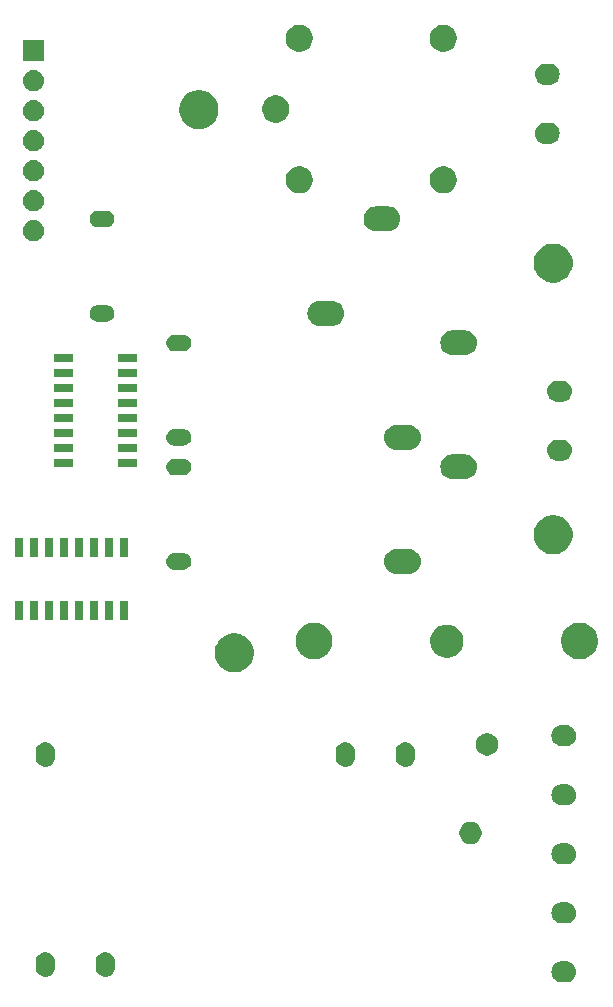
<source format=gbr>
G04 #@! TF.GenerationSoftware,KiCad,Pcbnew,5.0.2+dfsg1-1~bpo9+1*
G04 #@! TF.CreationDate,2019-02-03T14:49:37+01:00*
G04 #@! TF.ProjectId,rollershutter-light-control,726f6c6c-6572-4736-9875-747465722d6c,rev?*
G04 #@! TF.SameCoordinates,Original*
G04 #@! TF.FileFunction,Soldermask,Top*
G04 #@! TF.FilePolarity,Negative*
%FSLAX46Y46*%
G04 Gerber Fmt 4.6, Leading zero omitted, Abs format (unit mm)*
G04 Created by KiCad (PCBNEW 5.0.2+dfsg1-1~bpo9+1) date Sun 03 Feb 2019 02:49:37 PM CET*
%MOMM*%
%LPD*%
G01*
G04 APERTURE LIST*
%ADD10C,0.100000*%
G04 APERTURE END LIST*
D10*
G36*
X258160442Y-147105518D02*
X258226627Y-147112037D01*
X258339853Y-147146384D01*
X258396467Y-147163557D01*
X258535087Y-147237652D01*
X258552991Y-147247222D01*
X258588729Y-147276552D01*
X258690186Y-147359814D01*
X258773448Y-147461271D01*
X258802778Y-147497009D01*
X258802779Y-147497011D01*
X258886443Y-147653533D01*
X258886443Y-147653534D01*
X258937963Y-147823373D01*
X258955359Y-148000000D01*
X258937963Y-148176627D01*
X258929156Y-148205659D01*
X258886443Y-148346467D01*
X258867050Y-148382748D01*
X258802778Y-148502991D01*
X258773448Y-148538729D01*
X258690186Y-148640186D01*
X258588729Y-148723448D01*
X258552991Y-148752778D01*
X258552989Y-148752779D01*
X258396467Y-148836443D01*
X258339853Y-148853616D01*
X258226627Y-148887963D01*
X258160443Y-148894481D01*
X258094260Y-148901000D01*
X257705740Y-148901000D01*
X257639557Y-148894481D01*
X257573373Y-148887963D01*
X257460147Y-148853616D01*
X257403533Y-148836443D01*
X257247011Y-148752779D01*
X257247009Y-148752778D01*
X257211271Y-148723448D01*
X257109814Y-148640186D01*
X257026552Y-148538729D01*
X256997222Y-148502991D01*
X256932950Y-148382748D01*
X256913557Y-148346467D01*
X256870844Y-148205659D01*
X256862037Y-148176627D01*
X256844641Y-148000000D01*
X256862037Y-147823373D01*
X256913557Y-147653534D01*
X256913557Y-147653533D01*
X256997221Y-147497011D01*
X256997222Y-147497009D01*
X257026552Y-147461271D01*
X257109814Y-147359814D01*
X257211271Y-147276552D01*
X257247009Y-147247222D01*
X257264913Y-147237652D01*
X257403533Y-147163557D01*
X257460147Y-147146384D01*
X257573373Y-147112037D01*
X257639558Y-147105518D01*
X257705740Y-147099000D01*
X258094260Y-147099000D01*
X258160442Y-147105518D01*
X258160442Y-147105518D01*
G37*
G36*
X214169376Y-146350764D02*
X214271543Y-146381756D01*
X214322628Y-146397252D01*
X214463865Y-146472745D01*
X214587659Y-146574341D01*
X214689255Y-146698135D01*
X214764748Y-146839372D01*
X214764748Y-146839373D01*
X214811236Y-146992624D01*
X214823000Y-147112068D01*
X214823000Y-147667933D01*
X214811236Y-147787376D01*
X214780244Y-147889543D01*
X214764748Y-147940628D01*
X214689255Y-148081865D01*
X214611487Y-148176625D01*
X214587659Y-148205659D01*
X214463863Y-148307255D01*
X214398120Y-148342395D01*
X214322627Y-148382748D01*
X214271542Y-148398244D01*
X214169375Y-148429236D01*
X214010000Y-148444933D01*
X213850624Y-148429236D01*
X213748457Y-148398244D01*
X213697372Y-148382748D01*
X213556135Y-148307255D01*
X213432341Y-148205659D01*
X213330746Y-148081864D01*
X213255252Y-147940627D01*
X213239756Y-147889542D01*
X213208764Y-147787375D01*
X213197000Y-147667932D01*
X213197000Y-147112067D01*
X213208764Y-146992624D01*
X213255252Y-146839373D01*
X213255252Y-146839372D01*
X213330746Y-146698135D01*
X213432342Y-146574341D01*
X213556136Y-146472745D01*
X213697373Y-146397252D01*
X213748458Y-146381756D01*
X213850625Y-146350764D01*
X214010000Y-146335067D01*
X214169376Y-146350764D01*
X214169376Y-146350764D01*
G37*
G36*
X219249376Y-146350764D02*
X219351543Y-146381756D01*
X219402628Y-146397252D01*
X219543865Y-146472745D01*
X219667659Y-146574341D01*
X219769255Y-146698135D01*
X219844748Y-146839372D01*
X219844748Y-146839373D01*
X219891236Y-146992624D01*
X219903000Y-147112068D01*
X219903000Y-147667933D01*
X219891236Y-147787376D01*
X219860244Y-147889543D01*
X219844748Y-147940628D01*
X219769255Y-148081865D01*
X219691487Y-148176625D01*
X219667659Y-148205659D01*
X219543863Y-148307255D01*
X219478120Y-148342395D01*
X219402627Y-148382748D01*
X219351542Y-148398244D01*
X219249375Y-148429236D01*
X219090000Y-148444933D01*
X218930624Y-148429236D01*
X218828457Y-148398244D01*
X218777372Y-148382748D01*
X218636135Y-148307255D01*
X218512341Y-148205659D01*
X218410746Y-148081864D01*
X218335252Y-147940627D01*
X218319756Y-147889542D01*
X218288764Y-147787375D01*
X218277000Y-147667932D01*
X218277000Y-147112067D01*
X218288764Y-146992624D01*
X218335252Y-146839373D01*
X218335252Y-146839372D01*
X218410746Y-146698135D01*
X218512342Y-146574341D01*
X218636136Y-146472745D01*
X218777373Y-146397252D01*
X218828458Y-146381756D01*
X218930625Y-146350764D01*
X219090000Y-146335067D01*
X219249376Y-146350764D01*
X219249376Y-146350764D01*
G37*
G36*
X258160443Y-142105519D02*
X258226627Y-142112037D01*
X258339853Y-142146384D01*
X258396467Y-142163557D01*
X258535087Y-142237652D01*
X258552991Y-142247222D01*
X258588729Y-142276552D01*
X258690186Y-142359814D01*
X258773448Y-142461271D01*
X258802778Y-142497009D01*
X258802779Y-142497011D01*
X258886443Y-142653533D01*
X258886443Y-142653534D01*
X258937963Y-142823373D01*
X258955359Y-143000000D01*
X258937963Y-143176627D01*
X258903616Y-143289853D01*
X258886443Y-143346467D01*
X258812348Y-143485087D01*
X258802778Y-143502991D01*
X258773448Y-143538729D01*
X258690186Y-143640186D01*
X258588729Y-143723448D01*
X258552991Y-143752778D01*
X258552989Y-143752779D01*
X258396467Y-143836443D01*
X258339853Y-143853616D01*
X258226627Y-143887963D01*
X258160442Y-143894482D01*
X258094260Y-143901000D01*
X257705740Y-143901000D01*
X257639558Y-143894482D01*
X257573373Y-143887963D01*
X257460147Y-143853616D01*
X257403533Y-143836443D01*
X257247011Y-143752779D01*
X257247009Y-143752778D01*
X257211271Y-143723448D01*
X257109814Y-143640186D01*
X257026552Y-143538729D01*
X256997222Y-143502991D01*
X256987652Y-143485087D01*
X256913557Y-143346467D01*
X256896384Y-143289853D01*
X256862037Y-143176627D01*
X256844641Y-143000000D01*
X256862037Y-142823373D01*
X256913557Y-142653534D01*
X256913557Y-142653533D01*
X256997221Y-142497011D01*
X256997222Y-142497009D01*
X257026552Y-142461271D01*
X257109814Y-142359814D01*
X257211271Y-142276552D01*
X257247009Y-142247222D01*
X257264913Y-142237652D01*
X257403533Y-142163557D01*
X257460147Y-142146384D01*
X257573373Y-142112037D01*
X257639557Y-142105519D01*
X257705740Y-142099000D01*
X258094260Y-142099000D01*
X258160443Y-142105519D01*
X258160443Y-142105519D01*
G37*
G36*
X258160442Y-137105518D02*
X258226627Y-137112037D01*
X258339853Y-137146384D01*
X258396467Y-137163557D01*
X258535087Y-137237652D01*
X258552991Y-137247222D01*
X258588729Y-137276552D01*
X258690186Y-137359814D01*
X258773448Y-137461271D01*
X258802778Y-137497009D01*
X258802779Y-137497011D01*
X258886443Y-137653533D01*
X258886443Y-137653534D01*
X258937963Y-137823373D01*
X258955359Y-138000000D01*
X258937963Y-138176627D01*
X258903616Y-138289853D01*
X258886443Y-138346467D01*
X258812348Y-138485087D01*
X258802778Y-138502991D01*
X258773448Y-138538729D01*
X258690186Y-138640186D01*
X258588729Y-138723448D01*
X258552991Y-138752778D01*
X258552989Y-138752779D01*
X258396467Y-138836443D01*
X258339853Y-138853616D01*
X258226627Y-138887963D01*
X258160443Y-138894481D01*
X258094260Y-138901000D01*
X257705740Y-138901000D01*
X257639557Y-138894481D01*
X257573373Y-138887963D01*
X257460147Y-138853616D01*
X257403533Y-138836443D01*
X257247011Y-138752779D01*
X257247009Y-138752778D01*
X257211271Y-138723448D01*
X257109814Y-138640186D01*
X257026552Y-138538729D01*
X256997222Y-138502991D01*
X256987652Y-138485087D01*
X256913557Y-138346467D01*
X256896384Y-138289853D01*
X256862037Y-138176627D01*
X256844641Y-138000000D01*
X256862037Y-137823373D01*
X256913557Y-137653534D01*
X256913557Y-137653533D01*
X256997221Y-137497011D01*
X256997222Y-137497009D01*
X257026552Y-137461271D01*
X257109814Y-137359814D01*
X257211271Y-137276552D01*
X257247009Y-137247222D01*
X257264913Y-137237652D01*
X257403533Y-137163557D01*
X257460147Y-137146384D01*
X257573373Y-137112037D01*
X257639558Y-137105518D01*
X257705740Y-137099000D01*
X258094260Y-137099000D01*
X258160442Y-137105518D01*
X258160442Y-137105518D01*
G37*
G36*
X250277396Y-135335546D02*
X250450466Y-135407234D01*
X250606230Y-135511312D01*
X250738688Y-135643770D01*
X250842766Y-135799534D01*
X250914454Y-135972604D01*
X250951000Y-136156333D01*
X250951000Y-136343667D01*
X250914454Y-136527396D01*
X250842766Y-136700466D01*
X250738688Y-136856230D01*
X250606230Y-136988688D01*
X250450466Y-137092766D01*
X250277396Y-137164454D01*
X250093667Y-137201000D01*
X249906333Y-137201000D01*
X249722604Y-137164454D01*
X249549534Y-137092766D01*
X249393770Y-136988688D01*
X249261312Y-136856230D01*
X249157234Y-136700466D01*
X249085546Y-136527396D01*
X249049000Y-136343667D01*
X249049000Y-136156333D01*
X249085546Y-135972604D01*
X249157234Y-135799534D01*
X249261312Y-135643770D01*
X249393770Y-135511312D01*
X249549534Y-135407234D01*
X249722604Y-135335546D01*
X249906333Y-135299000D01*
X250093667Y-135299000D01*
X250277396Y-135335546D01*
X250277396Y-135335546D01*
G37*
G36*
X258160443Y-132105519D02*
X258226627Y-132112037D01*
X258339853Y-132146384D01*
X258396467Y-132163557D01*
X258535087Y-132237652D01*
X258552991Y-132247222D01*
X258588729Y-132276552D01*
X258690186Y-132359814D01*
X258773448Y-132461271D01*
X258802778Y-132497009D01*
X258802779Y-132497011D01*
X258886443Y-132653533D01*
X258886443Y-132653534D01*
X258937963Y-132823373D01*
X258955359Y-133000000D01*
X258937963Y-133176627D01*
X258903616Y-133289853D01*
X258886443Y-133346467D01*
X258812348Y-133485087D01*
X258802778Y-133502991D01*
X258773448Y-133538729D01*
X258690186Y-133640186D01*
X258588729Y-133723448D01*
X258552991Y-133752778D01*
X258552989Y-133752779D01*
X258396467Y-133836443D01*
X258339853Y-133853616D01*
X258226627Y-133887963D01*
X258160443Y-133894481D01*
X258094260Y-133901000D01*
X257705740Y-133901000D01*
X257639557Y-133894481D01*
X257573373Y-133887963D01*
X257460147Y-133853616D01*
X257403533Y-133836443D01*
X257247011Y-133752779D01*
X257247009Y-133752778D01*
X257211271Y-133723448D01*
X257109814Y-133640186D01*
X257026552Y-133538729D01*
X256997222Y-133502991D01*
X256987652Y-133485087D01*
X256913557Y-133346467D01*
X256896384Y-133289853D01*
X256862037Y-133176627D01*
X256844641Y-133000000D01*
X256862037Y-132823373D01*
X256913557Y-132653534D01*
X256913557Y-132653533D01*
X256997221Y-132497011D01*
X256997222Y-132497009D01*
X257026552Y-132461271D01*
X257109814Y-132359814D01*
X257211271Y-132276552D01*
X257247009Y-132247222D01*
X257264913Y-132237652D01*
X257403533Y-132163557D01*
X257460147Y-132146384D01*
X257573373Y-132112037D01*
X257639557Y-132105519D01*
X257705740Y-132099000D01*
X258094260Y-132099000D01*
X258160443Y-132105519D01*
X258160443Y-132105519D01*
G37*
G36*
X244649376Y-128570764D02*
X244751543Y-128601756D01*
X244802628Y-128617252D01*
X244943865Y-128692745D01*
X245067659Y-128794341D01*
X245169255Y-128918135D01*
X245244748Y-129059372D01*
X245244748Y-129059373D01*
X245291236Y-129212624D01*
X245303000Y-129332068D01*
X245303000Y-129887933D01*
X245291236Y-130007376D01*
X245260244Y-130109543D01*
X245244748Y-130160628D01*
X245169255Y-130301865D01*
X245067659Y-130425659D01*
X244943863Y-130527255D01*
X244878120Y-130562395D01*
X244802627Y-130602748D01*
X244751542Y-130618244D01*
X244649375Y-130649236D01*
X244490000Y-130664933D01*
X244330624Y-130649236D01*
X244228457Y-130618244D01*
X244177372Y-130602748D01*
X244036135Y-130527255D01*
X243912341Y-130425659D01*
X243810746Y-130301864D01*
X243735252Y-130160627D01*
X243719756Y-130109542D01*
X243688764Y-130007375D01*
X243677000Y-129887932D01*
X243677000Y-129332067D01*
X243688764Y-129212624D01*
X243735252Y-129059373D01*
X243735252Y-129059372D01*
X243810746Y-128918135D01*
X243912342Y-128794341D01*
X244036136Y-128692745D01*
X244177373Y-128617252D01*
X244228458Y-128601756D01*
X244330625Y-128570764D01*
X244490000Y-128555067D01*
X244649376Y-128570764D01*
X244649376Y-128570764D01*
G37*
G36*
X239569376Y-128570764D02*
X239671543Y-128601756D01*
X239722628Y-128617252D01*
X239863865Y-128692745D01*
X239987659Y-128794341D01*
X240089255Y-128918135D01*
X240164748Y-129059372D01*
X240164748Y-129059373D01*
X240211236Y-129212624D01*
X240223000Y-129332068D01*
X240223000Y-129887933D01*
X240211236Y-130007376D01*
X240180244Y-130109543D01*
X240164748Y-130160628D01*
X240089255Y-130301865D01*
X239987659Y-130425659D01*
X239863863Y-130527255D01*
X239798120Y-130562395D01*
X239722627Y-130602748D01*
X239671542Y-130618244D01*
X239569375Y-130649236D01*
X239410000Y-130664933D01*
X239250624Y-130649236D01*
X239148457Y-130618244D01*
X239097372Y-130602748D01*
X238956135Y-130527255D01*
X238832341Y-130425659D01*
X238730746Y-130301864D01*
X238655252Y-130160627D01*
X238639756Y-130109542D01*
X238608764Y-130007375D01*
X238597000Y-129887932D01*
X238597000Y-129332067D01*
X238608764Y-129212624D01*
X238655252Y-129059373D01*
X238655252Y-129059372D01*
X238730746Y-128918135D01*
X238832342Y-128794341D01*
X238956136Y-128692745D01*
X239097373Y-128617252D01*
X239148458Y-128601756D01*
X239250625Y-128570764D01*
X239410000Y-128555067D01*
X239569376Y-128570764D01*
X239569376Y-128570764D01*
G37*
G36*
X214169376Y-128570764D02*
X214271543Y-128601756D01*
X214322628Y-128617252D01*
X214463865Y-128692745D01*
X214587659Y-128794341D01*
X214689255Y-128918135D01*
X214764748Y-129059372D01*
X214764748Y-129059373D01*
X214811236Y-129212624D01*
X214823000Y-129332068D01*
X214823000Y-129887933D01*
X214811236Y-130007376D01*
X214780244Y-130109543D01*
X214764748Y-130160628D01*
X214689255Y-130301865D01*
X214587659Y-130425659D01*
X214463863Y-130527255D01*
X214398120Y-130562395D01*
X214322627Y-130602748D01*
X214271542Y-130618244D01*
X214169375Y-130649236D01*
X214010000Y-130664933D01*
X213850624Y-130649236D01*
X213748457Y-130618244D01*
X213697372Y-130602748D01*
X213556135Y-130527255D01*
X213432341Y-130425659D01*
X213330746Y-130301864D01*
X213255252Y-130160627D01*
X213239756Y-130109542D01*
X213208764Y-130007375D01*
X213197000Y-129887932D01*
X213197000Y-129332067D01*
X213208764Y-129212624D01*
X213255252Y-129059373D01*
X213255252Y-129059372D01*
X213330746Y-128918135D01*
X213432342Y-128794341D01*
X213556136Y-128692745D01*
X213697373Y-128617252D01*
X213748458Y-128601756D01*
X213850625Y-128570764D01*
X214010000Y-128555067D01*
X214169376Y-128570764D01*
X214169376Y-128570764D01*
G37*
G36*
X251677396Y-127835546D02*
X251850466Y-127907234D01*
X252006230Y-128011312D01*
X252138688Y-128143770D01*
X252242766Y-128299534D01*
X252314454Y-128472604D01*
X252351000Y-128656333D01*
X252351000Y-128843667D01*
X252314454Y-129027396D01*
X252242766Y-129200466D01*
X252138688Y-129356230D01*
X252006230Y-129488688D01*
X251850466Y-129592766D01*
X251677396Y-129664454D01*
X251493667Y-129701000D01*
X251306333Y-129701000D01*
X251122604Y-129664454D01*
X250949534Y-129592766D01*
X250793770Y-129488688D01*
X250661312Y-129356230D01*
X250557234Y-129200466D01*
X250485546Y-129027396D01*
X250449000Y-128843667D01*
X250449000Y-128656333D01*
X250485546Y-128472604D01*
X250557234Y-128299534D01*
X250661312Y-128143770D01*
X250793770Y-128011312D01*
X250949534Y-127907234D01*
X251122604Y-127835546D01*
X251306333Y-127799000D01*
X251493667Y-127799000D01*
X251677396Y-127835546D01*
X251677396Y-127835546D01*
G37*
G36*
X258160443Y-127105519D02*
X258226627Y-127112037D01*
X258339853Y-127146384D01*
X258396467Y-127163557D01*
X258535087Y-127237652D01*
X258552991Y-127247222D01*
X258588729Y-127276552D01*
X258690186Y-127359814D01*
X258773448Y-127461271D01*
X258802778Y-127497009D01*
X258802779Y-127497011D01*
X258886443Y-127653533D01*
X258886443Y-127653534D01*
X258937963Y-127823373D01*
X258955359Y-128000000D01*
X258937963Y-128176627D01*
X258903616Y-128289853D01*
X258886443Y-128346467D01*
X258819020Y-128472604D01*
X258802778Y-128502991D01*
X258773448Y-128538729D01*
X258690186Y-128640186D01*
X258588729Y-128723448D01*
X258552991Y-128752778D01*
X258552989Y-128752779D01*
X258396467Y-128836443D01*
X258372652Y-128843667D01*
X258226627Y-128887963D01*
X258160443Y-128894481D01*
X258094260Y-128901000D01*
X257705740Y-128901000D01*
X257639557Y-128894481D01*
X257573373Y-128887963D01*
X257427348Y-128843667D01*
X257403533Y-128836443D01*
X257247011Y-128752779D01*
X257247009Y-128752778D01*
X257211271Y-128723448D01*
X257109814Y-128640186D01*
X257026552Y-128538729D01*
X256997222Y-128502991D01*
X256980980Y-128472604D01*
X256913557Y-128346467D01*
X256896384Y-128289853D01*
X256862037Y-128176627D01*
X256844641Y-128000000D01*
X256862037Y-127823373D01*
X256913557Y-127653534D01*
X256913557Y-127653533D01*
X256997221Y-127497011D01*
X256997222Y-127497009D01*
X257026552Y-127461271D01*
X257109814Y-127359814D01*
X257211271Y-127276552D01*
X257247009Y-127247222D01*
X257264913Y-127237652D01*
X257403533Y-127163557D01*
X257460147Y-127146384D01*
X257573373Y-127112037D01*
X257639557Y-127105519D01*
X257705740Y-127099000D01*
X258094260Y-127099000D01*
X258160443Y-127105519D01*
X258160443Y-127105519D01*
G37*
G36*
X230375256Y-119391298D02*
X230481579Y-119412447D01*
X230782042Y-119536903D01*
X230863517Y-119591343D01*
X231052454Y-119717587D01*
X231282413Y-119947546D01*
X231282415Y-119947549D01*
X231409663Y-120137988D01*
X231463098Y-120217960D01*
X231587553Y-120518422D01*
X231651000Y-120837389D01*
X231651000Y-121162611D01*
X231614290Y-121347161D01*
X231587553Y-121481579D01*
X231558798Y-121551000D01*
X231463098Y-121782040D01*
X231282413Y-122052454D01*
X231052454Y-122282413D01*
X231052451Y-122282415D01*
X230782042Y-122463097D01*
X230481579Y-122587553D01*
X230375256Y-122608702D01*
X230162611Y-122651000D01*
X229837389Y-122651000D01*
X229624744Y-122608702D01*
X229518421Y-122587553D01*
X229217958Y-122463097D01*
X228947549Y-122282415D01*
X228947546Y-122282413D01*
X228717587Y-122052454D01*
X228536902Y-121782040D01*
X228441202Y-121551000D01*
X228412447Y-121481579D01*
X228385710Y-121347161D01*
X228349000Y-121162611D01*
X228349000Y-120837389D01*
X228412447Y-120518422D01*
X228536902Y-120217960D01*
X228590338Y-120137988D01*
X228717585Y-119947549D01*
X228717587Y-119947546D01*
X228947546Y-119717587D01*
X229136483Y-119591343D01*
X229217958Y-119536903D01*
X229518421Y-119412447D01*
X229624744Y-119391298D01*
X229837389Y-119349000D01*
X230162611Y-119349000D01*
X230375256Y-119391298D01*
X230375256Y-119391298D01*
G37*
G36*
X259602527Y-118488736D02*
X259702410Y-118508604D01*
X259984674Y-118625521D01*
X260238705Y-118795259D01*
X260454741Y-119011295D01*
X260624479Y-119265326D01*
X260736969Y-119536903D01*
X260741396Y-119547591D01*
X260801000Y-119847238D01*
X260801000Y-120152762D01*
X260788031Y-120217960D01*
X260741396Y-120452410D01*
X260624479Y-120734674D01*
X260454741Y-120988705D01*
X260238705Y-121204741D01*
X259984674Y-121374479D01*
X259702410Y-121491396D01*
X259602527Y-121511264D01*
X259402762Y-121551000D01*
X259097238Y-121551000D01*
X258897473Y-121511264D01*
X258797590Y-121491396D01*
X258515326Y-121374479D01*
X258261295Y-121204741D01*
X258045259Y-120988705D01*
X257875521Y-120734674D01*
X257758604Y-120452410D01*
X257711969Y-120217960D01*
X257699000Y-120152762D01*
X257699000Y-119847238D01*
X257758604Y-119547591D01*
X257763031Y-119536903D01*
X257875521Y-119265326D01*
X258045259Y-119011295D01*
X258261295Y-118795259D01*
X258515326Y-118625521D01*
X258797590Y-118508604D01*
X258897473Y-118488736D01*
X259097238Y-118449000D01*
X259402762Y-118449000D01*
X259602527Y-118488736D01*
X259602527Y-118488736D01*
G37*
G36*
X237102527Y-118488736D02*
X237202410Y-118508604D01*
X237484674Y-118625521D01*
X237738705Y-118795259D01*
X237954741Y-119011295D01*
X238124479Y-119265326D01*
X238236969Y-119536903D01*
X238241396Y-119547591D01*
X238301000Y-119847238D01*
X238301000Y-120152762D01*
X238288031Y-120217960D01*
X238241396Y-120452410D01*
X238124479Y-120734674D01*
X237954741Y-120988705D01*
X237738705Y-121204741D01*
X237484674Y-121374479D01*
X237202410Y-121491396D01*
X237102527Y-121511264D01*
X236902762Y-121551000D01*
X236597238Y-121551000D01*
X236397473Y-121511264D01*
X236297590Y-121491396D01*
X236015326Y-121374479D01*
X235761295Y-121204741D01*
X235545259Y-120988705D01*
X235375521Y-120734674D01*
X235258604Y-120452410D01*
X235211969Y-120217960D01*
X235199000Y-120152762D01*
X235199000Y-119847238D01*
X235258604Y-119547591D01*
X235263031Y-119536903D01*
X235375521Y-119265326D01*
X235545259Y-119011295D01*
X235761295Y-118795259D01*
X236015326Y-118625521D01*
X236297590Y-118508604D01*
X236397473Y-118488736D01*
X236597238Y-118449000D01*
X236902762Y-118449000D01*
X237102527Y-118488736D01*
X237102527Y-118488736D01*
G37*
G36*
X248318433Y-118634893D02*
X248408657Y-118652839D01*
X248514267Y-118696585D01*
X248663621Y-118758449D01*
X248893089Y-118911774D01*
X249088226Y-119106911D01*
X249241551Y-119336379D01*
X249273059Y-119412447D01*
X249329038Y-119547590D01*
X249347161Y-119591344D01*
X249401000Y-119862012D01*
X249401000Y-120137988D01*
X249365107Y-120318433D01*
X249347161Y-120408657D01*
X249303415Y-120514267D01*
X249241551Y-120663621D01*
X249088226Y-120893089D01*
X248893089Y-121088226D01*
X248663621Y-121241551D01*
X248514267Y-121303415D01*
X248408657Y-121347161D01*
X248318433Y-121365107D01*
X248137988Y-121401000D01*
X247862012Y-121401000D01*
X247681567Y-121365107D01*
X247591343Y-121347161D01*
X247485733Y-121303415D01*
X247336379Y-121241551D01*
X247106911Y-121088226D01*
X246911774Y-120893089D01*
X246758449Y-120663621D01*
X246696585Y-120514267D01*
X246652839Y-120408657D01*
X246634893Y-120318433D01*
X246599000Y-120137988D01*
X246599000Y-119862012D01*
X246652839Y-119591344D01*
X246670963Y-119547590D01*
X246726941Y-119412447D01*
X246758449Y-119336379D01*
X246911774Y-119106911D01*
X247106911Y-118911774D01*
X247336379Y-118758449D01*
X247485733Y-118696585D01*
X247591343Y-118652839D01*
X247681567Y-118634893D01*
X247862012Y-118599000D01*
X248137988Y-118599000D01*
X248318433Y-118634893D01*
X248318433Y-118634893D01*
G37*
G36*
X212156000Y-118251000D02*
X211454000Y-118251000D01*
X211454000Y-116649000D01*
X212156000Y-116649000D01*
X212156000Y-118251000D01*
X212156000Y-118251000D01*
G37*
G36*
X213426000Y-118251000D02*
X212724000Y-118251000D01*
X212724000Y-116649000D01*
X213426000Y-116649000D01*
X213426000Y-118251000D01*
X213426000Y-118251000D01*
G37*
G36*
X214696000Y-118251000D02*
X213994000Y-118251000D01*
X213994000Y-116649000D01*
X214696000Y-116649000D01*
X214696000Y-118251000D01*
X214696000Y-118251000D01*
G37*
G36*
X215966000Y-118251000D02*
X215264000Y-118251000D01*
X215264000Y-116649000D01*
X215966000Y-116649000D01*
X215966000Y-118251000D01*
X215966000Y-118251000D01*
G37*
G36*
X218506000Y-118251000D02*
X217804000Y-118251000D01*
X217804000Y-116649000D01*
X218506000Y-116649000D01*
X218506000Y-118251000D01*
X218506000Y-118251000D01*
G37*
G36*
X219776000Y-118251000D02*
X219074000Y-118251000D01*
X219074000Y-116649000D01*
X219776000Y-116649000D01*
X219776000Y-118251000D01*
X219776000Y-118251000D01*
G37*
G36*
X221046000Y-118251000D02*
X220344000Y-118251000D01*
X220344000Y-116649000D01*
X221046000Y-116649000D01*
X221046000Y-118251000D01*
X221046000Y-118251000D01*
G37*
G36*
X217236000Y-118251000D02*
X216534000Y-118251000D01*
X216534000Y-116649000D01*
X217236000Y-116649000D01*
X217236000Y-118251000D01*
X217236000Y-118251000D01*
G37*
G36*
X244832510Y-112202041D02*
X244956032Y-112214207D01*
X245154146Y-112274305D01*
X245336729Y-112371897D01*
X245496765Y-112503235D01*
X245628103Y-112663271D01*
X245725695Y-112845854D01*
X245785793Y-113043968D01*
X245806085Y-113250000D01*
X245785793Y-113456032D01*
X245725695Y-113654146D01*
X245628103Y-113836729D01*
X245496765Y-113996765D01*
X245336729Y-114128103D01*
X245154146Y-114225695D01*
X244956032Y-114285793D01*
X244832510Y-114297959D01*
X244801631Y-114301000D01*
X243698369Y-114301000D01*
X243667490Y-114297959D01*
X243543968Y-114285793D01*
X243345854Y-114225695D01*
X243163271Y-114128103D01*
X243003235Y-113996765D01*
X242871897Y-113836729D01*
X242774305Y-113654146D01*
X242714207Y-113456032D01*
X242693915Y-113250000D01*
X242714207Y-113043968D01*
X242774305Y-112845854D01*
X242871897Y-112663271D01*
X243003235Y-112503235D01*
X243163271Y-112371897D01*
X243345854Y-112274305D01*
X243543968Y-112214207D01*
X243667490Y-112202041D01*
X243698369Y-112199000D01*
X244801631Y-112199000D01*
X244832510Y-112202041D01*
X244832510Y-112202041D01*
G37*
G36*
X225787421Y-112559143D02*
X225919557Y-112599227D01*
X225919559Y-112599228D01*
X226041339Y-112664320D01*
X226148080Y-112751920D01*
X226235680Y-112858661D01*
X226300772Y-112980441D01*
X226300773Y-112980443D01*
X226340857Y-113112579D01*
X226354391Y-113250000D01*
X226340857Y-113387421D01*
X226300773Y-113519557D01*
X226300772Y-113519559D01*
X226235680Y-113641339D01*
X226148080Y-113748080D01*
X226041339Y-113835680D01*
X225919559Y-113900772D01*
X225919557Y-113900773D01*
X225787421Y-113940857D01*
X225684432Y-113951000D01*
X224915568Y-113951000D01*
X224812579Y-113940857D01*
X224680443Y-113900773D01*
X224680441Y-113900772D01*
X224558661Y-113835680D01*
X224451920Y-113748080D01*
X224364320Y-113641339D01*
X224299228Y-113519559D01*
X224299227Y-113519557D01*
X224259143Y-113387421D01*
X224245609Y-113250000D01*
X224259143Y-113112579D01*
X224299227Y-112980443D01*
X224299228Y-112980441D01*
X224364320Y-112858661D01*
X224451920Y-112751920D01*
X224558661Y-112664320D01*
X224680441Y-112599228D01*
X224680443Y-112599227D01*
X224812579Y-112559143D01*
X224915568Y-112549000D01*
X225684432Y-112549000D01*
X225787421Y-112559143D01*
X225787421Y-112559143D01*
G37*
G36*
X215966000Y-112851000D02*
X215264000Y-112851000D01*
X215264000Y-111249000D01*
X215966000Y-111249000D01*
X215966000Y-112851000D01*
X215966000Y-112851000D01*
G37*
G36*
X219776000Y-112851000D02*
X219074000Y-112851000D01*
X219074000Y-111249000D01*
X219776000Y-111249000D01*
X219776000Y-112851000D01*
X219776000Y-112851000D01*
G37*
G36*
X214696000Y-112851000D02*
X213994000Y-112851000D01*
X213994000Y-111249000D01*
X214696000Y-111249000D01*
X214696000Y-112851000D01*
X214696000Y-112851000D01*
G37*
G36*
X213426000Y-112851000D02*
X212724000Y-112851000D01*
X212724000Y-111249000D01*
X213426000Y-111249000D01*
X213426000Y-112851000D01*
X213426000Y-112851000D01*
G37*
G36*
X217236000Y-112851000D02*
X216534000Y-112851000D01*
X216534000Y-111249000D01*
X217236000Y-111249000D01*
X217236000Y-112851000D01*
X217236000Y-112851000D01*
G37*
G36*
X221046000Y-112851000D02*
X220344000Y-112851000D01*
X220344000Y-111249000D01*
X221046000Y-111249000D01*
X221046000Y-112851000D01*
X221046000Y-112851000D01*
G37*
G36*
X212156000Y-112851000D02*
X211454000Y-112851000D01*
X211454000Y-111249000D01*
X212156000Y-111249000D01*
X212156000Y-112851000D01*
X212156000Y-112851000D01*
G37*
G36*
X218506000Y-112851000D02*
X217804000Y-112851000D01*
X217804000Y-111249000D01*
X218506000Y-111249000D01*
X218506000Y-112851000D01*
X218506000Y-112851000D01*
G37*
G36*
X257375256Y-109391298D02*
X257481579Y-109412447D01*
X257782042Y-109536903D01*
X258048852Y-109715180D01*
X258052454Y-109717587D01*
X258282413Y-109947546D01*
X258463098Y-110217960D01*
X258587553Y-110518422D01*
X258651000Y-110837389D01*
X258651000Y-111162611D01*
X258587553Y-111481578D01*
X258463098Y-111782040D01*
X258282413Y-112052454D01*
X258052454Y-112282413D01*
X258052451Y-112282415D01*
X257782042Y-112463097D01*
X257481579Y-112587553D01*
X257375256Y-112608702D01*
X257162611Y-112651000D01*
X256837389Y-112651000D01*
X256624744Y-112608702D01*
X256518421Y-112587553D01*
X256217958Y-112463097D01*
X255947549Y-112282415D01*
X255947546Y-112282413D01*
X255717587Y-112052454D01*
X255536902Y-111782040D01*
X255412447Y-111481578D01*
X255349000Y-111162611D01*
X255349000Y-110837389D01*
X255412447Y-110518422D01*
X255536902Y-110217960D01*
X255717587Y-109947546D01*
X255947546Y-109717587D01*
X255951148Y-109715180D01*
X256217958Y-109536903D01*
X256518421Y-109412447D01*
X256624744Y-109391298D01*
X256837389Y-109349000D01*
X257162611Y-109349000D01*
X257375256Y-109391298D01*
X257375256Y-109391298D01*
G37*
G36*
X249582510Y-104202041D02*
X249706032Y-104214207D01*
X249904146Y-104274305D01*
X250086729Y-104371897D01*
X250246765Y-104503235D01*
X250378103Y-104663271D01*
X250475695Y-104845854D01*
X250535793Y-105043968D01*
X250556085Y-105250000D01*
X250535793Y-105456032D01*
X250475695Y-105654146D01*
X250378103Y-105836729D01*
X250246765Y-105996765D01*
X250086729Y-106128103D01*
X249904146Y-106225695D01*
X249706032Y-106285793D01*
X249582510Y-106297959D01*
X249551631Y-106301000D01*
X248448369Y-106301000D01*
X248417490Y-106297959D01*
X248293968Y-106285793D01*
X248095854Y-106225695D01*
X247913271Y-106128103D01*
X247753235Y-105996765D01*
X247621897Y-105836729D01*
X247524305Y-105654146D01*
X247464207Y-105456032D01*
X247443915Y-105250000D01*
X247464207Y-105043968D01*
X247524305Y-104845854D01*
X247621897Y-104663271D01*
X247753235Y-104503235D01*
X247913271Y-104371897D01*
X248095854Y-104274305D01*
X248293968Y-104214207D01*
X248417490Y-104202041D01*
X248448369Y-104199000D01*
X249551631Y-104199000D01*
X249582510Y-104202041D01*
X249582510Y-104202041D01*
G37*
G36*
X225787421Y-104559143D02*
X225919557Y-104599227D01*
X225919559Y-104599228D01*
X226041339Y-104664320D01*
X226148080Y-104751920D01*
X226235680Y-104858661D01*
X226300772Y-104980441D01*
X226300773Y-104980443D01*
X226340857Y-105112579D01*
X226354391Y-105250000D01*
X226340857Y-105387421D01*
X226300773Y-105519557D01*
X226300772Y-105519559D01*
X226235680Y-105641339D01*
X226148080Y-105748080D01*
X226041339Y-105835680D01*
X225919559Y-105900772D01*
X225919557Y-105900773D01*
X225787421Y-105940857D01*
X225684432Y-105951000D01*
X224915568Y-105951000D01*
X224812579Y-105940857D01*
X224680443Y-105900773D01*
X224680441Y-105900772D01*
X224558661Y-105835680D01*
X224451920Y-105748080D01*
X224364320Y-105641339D01*
X224299228Y-105519559D01*
X224299227Y-105519557D01*
X224259143Y-105387421D01*
X224245609Y-105250000D01*
X224259143Y-105112579D01*
X224299227Y-104980443D01*
X224299228Y-104980441D01*
X224364320Y-104858661D01*
X224451920Y-104751920D01*
X224558661Y-104664320D01*
X224680441Y-104599228D01*
X224680443Y-104599227D01*
X224812579Y-104559143D01*
X224915568Y-104549000D01*
X225684432Y-104549000D01*
X225787421Y-104559143D01*
X225787421Y-104559143D01*
G37*
G36*
X221751000Y-105296000D02*
X220149000Y-105296000D01*
X220149000Y-104594000D01*
X221751000Y-104594000D01*
X221751000Y-105296000D01*
X221751000Y-105296000D01*
G37*
G36*
X216351000Y-105296000D02*
X214749000Y-105296000D01*
X214749000Y-104594000D01*
X216351000Y-104594000D01*
X216351000Y-105296000D01*
X216351000Y-105296000D01*
G37*
G36*
X257810442Y-102955518D02*
X257876627Y-102962037D01*
X257989853Y-102996384D01*
X258046467Y-103013557D01*
X258185087Y-103087652D01*
X258202991Y-103097222D01*
X258238729Y-103126552D01*
X258340186Y-103209814D01*
X258423448Y-103311271D01*
X258452778Y-103347009D01*
X258452779Y-103347011D01*
X258536443Y-103503533D01*
X258536443Y-103503534D01*
X258587963Y-103673373D01*
X258605359Y-103850000D01*
X258587963Y-104026627D01*
X258553616Y-104139853D01*
X258536443Y-104196467D01*
X258462348Y-104335087D01*
X258452778Y-104352991D01*
X258437262Y-104371897D01*
X258340186Y-104490186D01*
X258256160Y-104559143D01*
X258202991Y-104602778D01*
X258202989Y-104602779D01*
X258046467Y-104686443D01*
X257989853Y-104703616D01*
X257876627Y-104737963D01*
X257810443Y-104744481D01*
X257744260Y-104751000D01*
X257355740Y-104751000D01*
X257289557Y-104744481D01*
X257223373Y-104737963D01*
X257110147Y-104703616D01*
X257053533Y-104686443D01*
X256897011Y-104602779D01*
X256897009Y-104602778D01*
X256843840Y-104559143D01*
X256759814Y-104490186D01*
X256662738Y-104371897D01*
X256647222Y-104352991D01*
X256637652Y-104335087D01*
X256563557Y-104196467D01*
X256546384Y-104139853D01*
X256512037Y-104026627D01*
X256494641Y-103850000D01*
X256512037Y-103673373D01*
X256563557Y-103503534D01*
X256563557Y-103503533D01*
X256647221Y-103347011D01*
X256647222Y-103347009D01*
X256676552Y-103311271D01*
X256759814Y-103209814D01*
X256861271Y-103126552D01*
X256897009Y-103097222D01*
X256914913Y-103087652D01*
X257053533Y-103013557D01*
X257110147Y-102996384D01*
X257223373Y-102962037D01*
X257289558Y-102955518D01*
X257355740Y-102949000D01*
X257744260Y-102949000D01*
X257810442Y-102955518D01*
X257810442Y-102955518D01*
G37*
G36*
X216351000Y-104026000D02*
X214749000Y-104026000D01*
X214749000Y-103324000D01*
X216351000Y-103324000D01*
X216351000Y-104026000D01*
X216351000Y-104026000D01*
G37*
G36*
X221751000Y-104026000D02*
X220149000Y-104026000D01*
X220149000Y-103324000D01*
X221751000Y-103324000D01*
X221751000Y-104026000D01*
X221751000Y-104026000D01*
G37*
G36*
X244832510Y-101702041D02*
X244956032Y-101714207D01*
X245154146Y-101774305D01*
X245336729Y-101871897D01*
X245496765Y-102003235D01*
X245628103Y-102163271D01*
X245725695Y-102345854D01*
X245785793Y-102543968D01*
X245806085Y-102750000D01*
X245785793Y-102956032D01*
X245725695Y-103154146D01*
X245628103Y-103336729D01*
X245496765Y-103496765D01*
X245336729Y-103628103D01*
X245154146Y-103725695D01*
X244956032Y-103785793D01*
X244832510Y-103797959D01*
X244801631Y-103801000D01*
X243698369Y-103801000D01*
X243667490Y-103797959D01*
X243543968Y-103785793D01*
X243345854Y-103725695D01*
X243163271Y-103628103D01*
X243003235Y-103496765D01*
X242871897Y-103336729D01*
X242774305Y-103154146D01*
X242714207Y-102956032D01*
X242693915Y-102750000D01*
X242714207Y-102543968D01*
X242774305Y-102345854D01*
X242871897Y-102163271D01*
X243003235Y-102003235D01*
X243163271Y-101871897D01*
X243345854Y-101774305D01*
X243543968Y-101714207D01*
X243667490Y-101702041D01*
X243698369Y-101699000D01*
X244801631Y-101699000D01*
X244832510Y-101702041D01*
X244832510Y-101702041D01*
G37*
G36*
X225787421Y-102059143D02*
X225919557Y-102099227D01*
X225919559Y-102099228D01*
X226041339Y-102164320D01*
X226148080Y-102251920D01*
X226235680Y-102358661D01*
X226300772Y-102480441D01*
X226300773Y-102480443D01*
X226340857Y-102612579D01*
X226354391Y-102750000D01*
X226340857Y-102887421D01*
X226302593Y-103013557D01*
X226300772Y-103019559D01*
X226235680Y-103141339D01*
X226148080Y-103248080D01*
X226041339Y-103335680D01*
X225919559Y-103400772D01*
X225919557Y-103400773D01*
X225787421Y-103440857D01*
X225684432Y-103451000D01*
X224915568Y-103451000D01*
X224812579Y-103440857D01*
X224680443Y-103400773D01*
X224680441Y-103400772D01*
X224558661Y-103335680D01*
X224451920Y-103248080D01*
X224364320Y-103141339D01*
X224299228Y-103019559D01*
X224297407Y-103013557D01*
X224259143Y-102887421D01*
X224245609Y-102750000D01*
X224259143Y-102612579D01*
X224299227Y-102480443D01*
X224299228Y-102480441D01*
X224364320Y-102358661D01*
X224451920Y-102251920D01*
X224558661Y-102164320D01*
X224680441Y-102099228D01*
X224680443Y-102099227D01*
X224812579Y-102059143D01*
X224915568Y-102049000D01*
X225684432Y-102049000D01*
X225787421Y-102059143D01*
X225787421Y-102059143D01*
G37*
G36*
X216351000Y-102756000D02*
X214749000Y-102756000D01*
X214749000Y-102054000D01*
X216351000Y-102054000D01*
X216351000Y-102756000D01*
X216351000Y-102756000D01*
G37*
G36*
X221751000Y-102756000D02*
X220149000Y-102756000D01*
X220149000Y-102054000D01*
X221751000Y-102054000D01*
X221751000Y-102756000D01*
X221751000Y-102756000D01*
G37*
G36*
X221751000Y-101486000D02*
X220149000Y-101486000D01*
X220149000Y-100784000D01*
X221751000Y-100784000D01*
X221751000Y-101486000D01*
X221751000Y-101486000D01*
G37*
G36*
X216351000Y-101486000D02*
X214749000Y-101486000D01*
X214749000Y-100784000D01*
X216351000Y-100784000D01*
X216351000Y-101486000D01*
X216351000Y-101486000D01*
G37*
G36*
X221751000Y-100216000D02*
X220149000Y-100216000D01*
X220149000Y-99514000D01*
X221751000Y-99514000D01*
X221751000Y-100216000D01*
X221751000Y-100216000D01*
G37*
G36*
X216351000Y-100216000D02*
X214749000Y-100216000D01*
X214749000Y-99514000D01*
X216351000Y-99514000D01*
X216351000Y-100216000D01*
X216351000Y-100216000D01*
G37*
G36*
X257810442Y-97955518D02*
X257876627Y-97962037D01*
X257989853Y-97996384D01*
X258046467Y-98013557D01*
X258185087Y-98087652D01*
X258202991Y-98097222D01*
X258238729Y-98126552D01*
X258340186Y-98209814D01*
X258423448Y-98311271D01*
X258452778Y-98347009D01*
X258452779Y-98347011D01*
X258536443Y-98503533D01*
X258536443Y-98503534D01*
X258587963Y-98673373D01*
X258605359Y-98850000D01*
X258587963Y-99026627D01*
X258553616Y-99139853D01*
X258536443Y-99196467D01*
X258462348Y-99335087D01*
X258452778Y-99352991D01*
X258423448Y-99388729D01*
X258340186Y-99490186D01*
X258238729Y-99573448D01*
X258202991Y-99602778D01*
X258202989Y-99602779D01*
X258046467Y-99686443D01*
X257989853Y-99703616D01*
X257876627Y-99737963D01*
X257810442Y-99744482D01*
X257744260Y-99751000D01*
X257355740Y-99751000D01*
X257289557Y-99744481D01*
X257223373Y-99737963D01*
X257110147Y-99703616D01*
X257053533Y-99686443D01*
X256897011Y-99602779D01*
X256897009Y-99602778D01*
X256861271Y-99573448D01*
X256759814Y-99490186D01*
X256676552Y-99388729D01*
X256647222Y-99352991D01*
X256637652Y-99335087D01*
X256563557Y-99196467D01*
X256546384Y-99139853D01*
X256512037Y-99026627D01*
X256494641Y-98850000D01*
X256512037Y-98673373D01*
X256563557Y-98503534D01*
X256563557Y-98503533D01*
X256647221Y-98347011D01*
X256647222Y-98347009D01*
X256676552Y-98311271D01*
X256759814Y-98209814D01*
X256861271Y-98126552D01*
X256897009Y-98097222D01*
X256914913Y-98087652D01*
X257053533Y-98013557D01*
X257110147Y-97996384D01*
X257223373Y-97962037D01*
X257289557Y-97955519D01*
X257355740Y-97949000D01*
X257744260Y-97949000D01*
X257810442Y-97955518D01*
X257810442Y-97955518D01*
G37*
G36*
X221751000Y-98946000D02*
X220149000Y-98946000D01*
X220149000Y-98244000D01*
X221751000Y-98244000D01*
X221751000Y-98946000D01*
X221751000Y-98946000D01*
G37*
G36*
X216351000Y-98946000D02*
X214749000Y-98946000D01*
X214749000Y-98244000D01*
X216351000Y-98244000D01*
X216351000Y-98946000D01*
X216351000Y-98946000D01*
G37*
G36*
X221751000Y-97676000D02*
X220149000Y-97676000D01*
X220149000Y-96974000D01*
X221751000Y-96974000D01*
X221751000Y-97676000D01*
X221751000Y-97676000D01*
G37*
G36*
X216351000Y-97676000D02*
X214749000Y-97676000D01*
X214749000Y-96974000D01*
X216351000Y-96974000D01*
X216351000Y-97676000D01*
X216351000Y-97676000D01*
G37*
G36*
X221751000Y-96406000D02*
X220149000Y-96406000D01*
X220149000Y-95704000D01*
X221751000Y-95704000D01*
X221751000Y-96406000D01*
X221751000Y-96406000D01*
G37*
G36*
X216351000Y-96406000D02*
X214749000Y-96406000D01*
X214749000Y-95704000D01*
X216351000Y-95704000D01*
X216351000Y-96406000D01*
X216351000Y-96406000D01*
G37*
G36*
X249582510Y-93702041D02*
X249706032Y-93714207D01*
X249904146Y-93774305D01*
X250086729Y-93871897D01*
X250246765Y-94003235D01*
X250378103Y-94163271D01*
X250475695Y-94345854D01*
X250535793Y-94543968D01*
X250556085Y-94750000D01*
X250535793Y-94956032D01*
X250475695Y-95154146D01*
X250378103Y-95336729D01*
X250246765Y-95496765D01*
X250086729Y-95628103D01*
X249904146Y-95725695D01*
X249706032Y-95785793D01*
X249582510Y-95797959D01*
X249551631Y-95801000D01*
X248448369Y-95801000D01*
X248417490Y-95797959D01*
X248293968Y-95785793D01*
X248095854Y-95725695D01*
X247913271Y-95628103D01*
X247753235Y-95496765D01*
X247621897Y-95336729D01*
X247524305Y-95154146D01*
X247464207Y-94956032D01*
X247443915Y-94750000D01*
X247464207Y-94543968D01*
X247524305Y-94345854D01*
X247621897Y-94163271D01*
X247753235Y-94003235D01*
X247913271Y-93871897D01*
X248095854Y-93774305D01*
X248293968Y-93714207D01*
X248417490Y-93702041D01*
X248448369Y-93699000D01*
X249551631Y-93699000D01*
X249582510Y-93702041D01*
X249582510Y-93702041D01*
G37*
G36*
X225787421Y-94059143D02*
X225919557Y-94099227D01*
X225919559Y-94099228D01*
X226041339Y-94164320D01*
X226148080Y-94251920D01*
X226235680Y-94358661D01*
X226300772Y-94480441D01*
X226300773Y-94480443D01*
X226340857Y-94612579D01*
X226354391Y-94750000D01*
X226340857Y-94887421D01*
X226300773Y-95019557D01*
X226300772Y-95019559D01*
X226235680Y-95141339D01*
X226148080Y-95248080D01*
X226041339Y-95335680D01*
X225919559Y-95400772D01*
X225919557Y-95400773D01*
X225787421Y-95440857D01*
X225684432Y-95451000D01*
X224915568Y-95451000D01*
X224812579Y-95440857D01*
X224680443Y-95400773D01*
X224680441Y-95400772D01*
X224558661Y-95335680D01*
X224451920Y-95248080D01*
X224364320Y-95141339D01*
X224299228Y-95019559D01*
X224299227Y-95019557D01*
X224259143Y-94887421D01*
X224245609Y-94750000D01*
X224259143Y-94612579D01*
X224299227Y-94480443D01*
X224299228Y-94480441D01*
X224364320Y-94358661D01*
X224451920Y-94251920D01*
X224558661Y-94164320D01*
X224680441Y-94099228D01*
X224680443Y-94099227D01*
X224812579Y-94059143D01*
X224915568Y-94049000D01*
X225684432Y-94049000D01*
X225787421Y-94059143D01*
X225787421Y-94059143D01*
G37*
G36*
X238332510Y-91202041D02*
X238456032Y-91214207D01*
X238654146Y-91274305D01*
X238836729Y-91371897D01*
X238996765Y-91503235D01*
X239128103Y-91663271D01*
X239225695Y-91845854D01*
X239285793Y-92043968D01*
X239306085Y-92250000D01*
X239285793Y-92456032D01*
X239225695Y-92654146D01*
X239128103Y-92836729D01*
X238996765Y-92996765D01*
X238836729Y-93128103D01*
X238654146Y-93225695D01*
X238456032Y-93285793D01*
X238332510Y-93297959D01*
X238301631Y-93301000D01*
X237198369Y-93301000D01*
X237167490Y-93297959D01*
X237043968Y-93285793D01*
X236845854Y-93225695D01*
X236663271Y-93128103D01*
X236503235Y-92996765D01*
X236371897Y-92836729D01*
X236274305Y-92654146D01*
X236214207Y-92456032D01*
X236193915Y-92250000D01*
X236214207Y-92043968D01*
X236274305Y-91845854D01*
X236371897Y-91663271D01*
X236503235Y-91503235D01*
X236663271Y-91371897D01*
X236845854Y-91274305D01*
X237043968Y-91214207D01*
X237167490Y-91202041D01*
X237198369Y-91199000D01*
X238301631Y-91199000D01*
X238332510Y-91202041D01*
X238332510Y-91202041D01*
G37*
G36*
X219287421Y-91559143D02*
X219419557Y-91599227D01*
X219419559Y-91599228D01*
X219541339Y-91664320D01*
X219648080Y-91751920D01*
X219735680Y-91858661D01*
X219800772Y-91980441D01*
X219800773Y-91980443D01*
X219840857Y-92112579D01*
X219854391Y-92250000D01*
X219840857Y-92387421D01*
X219800773Y-92519557D01*
X219800772Y-92519559D01*
X219735680Y-92641339D01*
X219648080Y-92748080D01*
X219541339Y-92835680D01*
X219419559Y-92900772D01*
X219419557Y-92900773D01*
X219287421Y-92940857D01*
X219184432Y-92951000D01*
X218415568Y-92951000D01*
X218312579Y-92940857D01*
X218180443Y-92900773D01*
X218180441Y-92900772D01*
X218058661Y-92835680D01*
X217951920Y-92748080D01*
X217864320Y-92641339D01*
X217799228Y-92519559D01*
X217799227Y-92519557D01*
X217759143Y-92387421D01*
X217745609Y-92250000D01*
X217759143Y-92112579D01*
X217799227Y-91980443D01*
X217799228Y-91980441D01*
X217864320Y-91858661D01*
X217951920Y-91751920D01*
X218058661Y-91664320D01*
X218180441Y-91599228D01*
X218180443Y-91599227D01*
X218312579Y-91559143D01*
X218415568Y-91549000D01*
X219184432Y-91549000D01*
X219287421Y-91559143D01*
X219287421Y-91559143D01*
G37*
G36*
X257375256Y-86391298D02*
X257481579Y-86412447D01*
X257782042Y-86536903D01*
X258048852Y-86715180D01*
X258052454Y-86717587D01*
X258282413Y-86947546D01*
X258463098Y-87217960D01*
X258587553Y-87518422D01*
X258651000Y-87837389D01*
X258651000Y-88162611D01*
X258587553Y-88481578D01*
X258463098Y-88782040D01*
X258282413Y-89052454D01*
X258052454Y-89282413D01*
X258052451Y-89282415D01*
X257782042Y-89463097D01*
X257481579Y-89587553D01*
X257375256Y-89608702D01*
X257162611Y-89651000D01*
X256837389Y-89651000D01*
X256624744Y-89608702D01*
X256518421Y-89587553D01*
X256217958Y-89463097D01*
X255947549Y-89282415D01*
X255947546Y-89282413D01*
X255717587Y-89052454D01*
X255536902Y-88782040D01*
X255412447Y-88481578D01*
X255349000Y-88162611D01*
X255349000Y-87837389D01*
X255412447Y-87518422D01*
X255536902Y-87217960D01*
X255717587Y-86947546D01*
X255947546Y-86717587D01*
X255951148Y-86715180D01*
X256217958Y-86536903D01*
X256518421Y-86412447D01*
X256624744Y-86391298D01*
X256837389Y-86349000D01*
X257162611Y-86349000D01*
X257375256Y-86391298D01*
X257375256Y-86391298D01*
G37*
G36*
X213110442Y-84345518D02*
X213176627Y-84352037D01*
X213289853Y-84386384D01*
X213346467Y-84403557D01*
X213444632Y-84456028D01*
X213502991Y-84487222D01*
X213538729Y-84516552D01*
X213640186Y-84599814D01*
X213723448Y-84701271D01*
X213752778Y-84737009D01*
X213752779Y-84737011D01*
X213836443Y-84893533D01*
X213836443Y-84893534D01*
X213887963Y-85063373D01*
X213905359Y-85240000D01*
X213887963Y-85416627D01*
X213853616Y-85529853D01*
X213836443Y-85586467D01*
X213762348Y-85725087D01*
X213752778Y-85742991D01*
X213723448Y-85778729D01*
X213640186Y-85880186D01*
X213538729Y-85963448D01*
X213502991Y-85992778D01*
X213502989Y-85992779D01*
X213346467Y-86076443D01*
X213289853Y-86093616D01*
X213176627Y-86127963D01*
X213110443Y-86134481D01*
X213044260Y-86141000D01*
X212955740Y-86141000D01*
X212889558Y-86134482D01*
X212823373Y-86127963D01*
X212710147Y-86093616D01*
X212653533Y-86076443D01*
X212497011Y-85992779D01*
X212497009Y-85992778D01*
X212461271Y-85963448D01*
X212359814Y-85880186D01*
X212276552Y-85778729D01*
X212247222Y-85742991D01*
X212237652Y-85725087D01*
X212163557Y-85586467D01*
X212146384Y-85529853D01*
X212112037Y-85416627D01*
X212094641Y-85240000D01*
X212112037Y-85063373D01*
X212163557Y-84893534D01*
X212163557Y-84893533D01*
X212247221Y-84737011D01*
X212247222Y-84737009D01*
X212276552Y-84701271D01*
X212359814Y-84599814D01*
X212461271Y-84516552D01*
X212497009Y-84487222D01*
X212555368Y-84456028D01*
X212653533Y-84403557D01*
X212710147Y-84386384D01*
X212823373Y-84352037D01*
X212889558Y-84345518D01*
X212955740Y-84339000D01*
X213044260Y-84339000D01*
X213110442Y-84345518D01*
X213110442Y-84345518D01*
G37*
G36*
X243082510Y-83202041D02*
X243206032Y-83214207D01*
X243404146Y-83274305D01*
X243586729Y-83371897D01*
X243746765Y-83503235D01*
X243878103Y-83663271D01*
X243975695Y-83845854D01*
X244035793Y-84043968D01*
X244056085Y-84250000D01*
X244035793Y-84456032D01*
X243975695Y-84654146D01*
X243878103Y-84836729D01*
X243746765Y-84996765D01*
X243586729Y-85128103D01*
X243404146Y-85225695D01*
X243206032Y-85285793D01*
X243082510Y-85297959D01*
X243051631Y-85301000D01*
X241948369Y-85301000D01*
X241917490Y-85297959D01*
X241793968Y-85285793D01*
X241595854Y-85225695D01*
X241413271Y-85128103D01*
X241253235Y-84996765D01*
X241121897Y-84836729D01*
X241024305Y-84654146D01*
X240964207Y-84456032D01*
X240943915Y-84250000D01*
X240964207Y-84043968D01*
X241024305Y-83845854D01*
X241121897Y-83663271D01*
X241253235Y-83503235D01*
X241413271Y-83371897D01*
X241595854Y-83274305D01*
X241793968Y-83214207D01*
X241917490Y-83202041D01*
X241948369Y-83199000D01*
X243051631Y-83199000D01*
X243082510Y-83202041D01*
X243082510Y-83202041D01*
G37*
G36*
X219287421Y-83559143D02*
X219419557Y-83599227D01*
X219419559Y-83599228D01*
X219541339Y-83664320D01*
X219648080Y-83751920D01*
X219735680Y-83858661D01*
X219800772Y-83980441D01*
X219800773Y-83980443D01*
X219840857Y-84112579D01*
X219854391Y-84250000D01*
X219840857Y-84387421D01*
X219800773Y-84519557D01*
X219800772Y-84519559D01*
X219735680Y-84641339D01*
X219648080Y-84748080D01*
X219541339Y-84835680D01*
X219419559Y-84900772D01*
X219419557Y-84900773D01*
X219287421Y-84940857D01*
X219184432Y-84951000D01*
X218415568Y-84951000D01*
X218312579Y-84940857D01*
X218180443Y-84900773D01*
X218180441Y-84900772D01*
X218058661Y-84835680D01*
X217951920Y-84748080D01*
X217864320Y-84641339D01*
X217799228Y-84519559D01*
X217799227Y-84519557D01*
X217759143Y-84387421D01*
X217745609Y-84250000D01*
X217759143Y-84112579D01*
X217799227Y-83980443D01*
X217799228Y-83980441D01*
X217864320Y-83858661D01*
X217951920Y-83751920D01*
X218058661Y-83664320D01*
X218180441Y-83599228D01*
X218180443Y-83599227D01*
X218312579Y-83559143D01*
X218415568Y-83549000D01*
X219184432Y-83549000D01*
X219287421Y-83559143D01*
X219287421Y-83559143D01*
G37*
G36*
X213110442Y-81805518D02*
X213176627Y-81812037D01*
X213282120Y-81844038D01*
X213346467Y-81863557D01*
X213485087Y-81937652D01*
X213502991Y-81947222D01*
X213530751Y-81970004D01*
X213640186Y-82059814D01*
X213723448Y-82161271D01*
X213752778Y-82197009D01*
X213752779Y-82197011D01*
X213836443Y-82353533D01*
X213836443Y-82353534D01*
X213887963Y-82523373D01*
X213905359Y-82700000D01*
X213887963Y-82876627D01*
X213853616Y-82989853D01*
X213836443Y-83046467D01*
X213762348Y-83185087D01*
X213752778Y-83202991D01*
X213743573Y-83214207D01*
X213640186Y-83340186D01*
X213538729Y-83423448D01*
X213502991Y-83452778D01*
X213502989Y-83452779D01*
X213346467Y-83536443D01*
X213305071Y-83549000D01*
X213176627Y-83587963D01*
X213110443Y-83594481D01*
X213044260Y-83601000D01*
X212955740Y-83601000D01*
X212889557Y-83594481D01*
X212823373Y-83587963D01*
X212694929Y-83549000D01*
X212653533Y-83536443D01*
X212497011Y-83452779D01*
X212497009Y-83452778D01*
X212461271Y-83423448D01*
X212359814Y-83340186D01*
X212256427Y-83214207D01*
X212247222Y-83202991D01*
X212237652Y-83185087D01*
X212163557Y-83046467D01*
X212146384Y-82989853D01*
X212112037Y-82876627D01*
X212094641Y-82700000D01*
X212112037Y-82523373D01*
X212163557Y-82353534D01*
X212163557Y-82353533D01*
X212247221Y-82197011D01*
X212247222Y-82197009D01*
X212276552Y-82161271D01*
X212359814Y-82059814D01*
X212469249Y-81970004D01*
X212497009Y-81947222D01*
X212514913Y-81937652D01*
X212653533Y-81863557D01*
X212717880Y-81844038D01*
X212823373Y-81812037D01*
X212889558Y-81805518D01*
X212955740Y-81799000D01*
X213044260Y-81799000D01*
X213110442Y-81805518D01*
X213110442Y-81805518D01*
G37*
G36*
X248035734Y-79843232D02*
X248245202Y-79929996D01*
X248433723Y-80055962D01*
X248594038Y-80216277D01*
X248720004Y-80404798D01*
X248806768Y-80614266D01*
X248851000Y-80836635D01*
X248851000Y-81063365D01*
X248806768Y-81285734D01*
X248720004Y-81495202D01*
X248594038Y-81683723D01*
X248433723Y-81844038D01*
X248245202Y-81970004D01*
X248035734Y-82056768D01*
X247813365Y-82101000D01*
X247586635Y-82101000D01*
X247364266Y-82056768D01*
X247154798Y-81970004D01*
X246966277Y-81844038D01*
X246805962Y-81683723D01*
X246679996Y-81495202D01*
X246593232Y-81285734D01*
X246549000Y-81063365D01*
X246549000Y-80836635D01*
X246593232Y-80614266D01*
X246679996Y-80404798D01*
X246805962Y-80216277D01*
X246966277Y-80055962D01*
X247154798Y-79929996D01*
X247364266Y-79843232D01*
X247586635Y-79799000D01*
X247813365Y-79799000D01*
X248035734Y-79843232D01*
X248035734Y-79843232D01*
G37*
G36*
X235835734Y-79843232D02*
X236045202Y-79929996D01*
X236233723Y-80055962D01*
X236394038Y-80216277D01*
X236520004Y-80404798D01*
X236606768Y-80614266D01*
X236651000Y-80836635D01*
X236651000Y-81063365D01*
X236606768Y-81285734D01*
X236520004Y-81495202D01*
X236394038Y-81683723D01*
X236233723Y-81844038D01*
X236045202Y-81970004D01*
X235835734Y-82056768D01*
X235613365Y-82101000D01*
X235386635Y-82101000D01*
X235164266Y-82056768D01*
X234954798Y-81970004D01*
X234766277Y-81844038D01*
X234605962Y-81683723D01*
X234479996Y-81495202D01*
X234393232Y-81285734D01*
X234349000Y-81063365D01*
X234349000Y-80836635D01*
X234393232Y-80614266D01*
X234479996Y-80404798D01*
X234605962Y-80216277D01*
X234766277Y-80055962D01*
X234954798Y-79929996D01*
X235164266Y-79843232D01*
X235386635Y-79799000D01*
X235613365Y-79799000D01*
X235835734Y-79843232D01*
X235835734Y-79843232D01*
G37*
G36*
X213110443Y-79265519D02*
X213176627Y-79272037D01*
X213289853Y-79306384D01*
X213346467Y-79323557D01*
X213485087Y-79397652D01*
X213502991Y-79407222D01*
X213538729Y-79436552D01*
X213640186Y-79519814D01*
X213723448Y-79621271D01*
X213752778Y-79657009D01*
X213752779Y-79657011D01*
X213836443Y-79813533D01*
X213836443Y-79813534D01*
X213887963Y-79983373D01*
X213905359Y-80160000D01*
X213887963Y-80336627D01*
X213853616Y-80449853D01*
X213836443Y-80506467D01*
X213778822Y-80614266D01*
X213752778Y-80662991D01*
X213723448Y-80698729D01*
X213640186Y-80800186D01*
X213538729Y-80883448D01*
X213502991Y-80912778D01*
X213502989Y-80912779D01*
X213346467Y-80996443D01*
X213289853Y-81013616D01*
X213176627Y-81047963D01*
X213110442Y-81054482D01*
X213044260Y-81061000D01*
X212955740Y-81061000D01*
X212889558Y-81054482D01*
X212823373Y-81047963D01*
X212710147Y-81013616D01*
X212653533Y-80996443D01*
X212497011Y-80912779D01*
X212497009Y-80912778D01*
X212461271Y-80883448D01*
X212359814Y-80800186D01*
X212276552Y-80698729D01*
X212247222Y-80662991D01*
X212221178Y-80614266D01*
X212163557Y-80506467D01*
X212146384Y-80449853D01*
X212112037Y-80336627D01*
X212094641Y-80160000D01*
X212112037Y-79983373D01*
X212163557Y-79813534D01*
X212163557Y-79813533D01*
X212247221Y-79657011D01*
X212247222Y-79657009D01*
X212276552Y-79621271D01*
X212359814Y-79519814D01*
X212461271Y-79436552D01*
X212497009Y-79407222D01*
X212514913Y-79397652D01*
X212653533Y-79323557D01*
X212710147Y-79306384D01*
X212823373Y-79272037D01*
X212889557Y-79265519D01*
X212955740Y-79259000D01*
X213044260Y-79259000D01*
X213110443Y-79265519D01*
X213110443Y-79265519D01*
G37*
G36*
X213110442Y-76725518D02*
X213176627Y-76732037D01*
X213289853Y-76766384D01*
X213346467Y-76783557D01*
X213420956Y-76823373D01*
X213502991Y-76867222D01*
X213538729Y-76896552D01*
X213640186Y-76979814D01*
X213723448Y-77081271D01*
X213752778Y-77117009D01*
X213752779Y-77117011D01*
X213836443Y-77273533D01*
X213836443Y-77273534D01*
X213887963Y-77443373D01*
X213905359Y-77620000D01*
X213887963Y-77796627D01*
X213856302Y-77901000D01*
X213836443Y-77966467D01*
X213762348Y-78105087D01*
X213752778Y-78122991D01*
X213723448Y-78158729D01*
X213640186Y-78260186D01*
X213538729Y-78343448D01*
X213502991Y-78372778D01*
X213502989Y-78372779D01*
X213346467Y-78456443D01*
X213289853Y-78473616D01*
X213176627Y-78507963D01*
X213110443Y-78514481D01*
X213044260Y-78521000D01*
X212955740Y-78521000D01*
X212889557Y-78514481D01*
X212823373Y-78507963D01*
X212710147Y-78473616D01*
X212653533Y-78456443D01*
X212497011Y-78372779D01*
X212497009Y-78372778D01*
X212461271Y-78343448D01*
X212359814Y-78260186D01*
X212276552Y-78158729D01*
X212247222Y-78122991D01*
X212237652Y-78105087D01*
X212163557Y-77966467D01*
X212143698Y-77901000D01*
X212112037Y-77796627D01*
X212094641Y-77620000D01*
X212112037Y-77443373D01*
X212163557Y-77273534D01*
X212163557Y-77273533D01*
X212247221Y-77117011D01*
X212247222Y-77117009D01*
X212276552Y-77081271D01*
X212359814Y-76979814D01*
X212461271Y-76896552D01*
X212497009Y-76867222D01*
X212579044Y-76823373D01*
X212653533Y-76783557D01*
X212710147Y-76766384D01*
X212823373Y-76732037D01*
X212889558Y-76725518D01*
X212955740Y-76719000D01*
X213044260Y-76719000D01*
X213110442Y-76725518D01*
X213110442Y-76725518D01*
G37*
G36*
X256760443Y-76105519D02*
X256826627Y-76112037D01*
X256939853Y-76146384D01*
X256996467Y-76163557D01*
X257135087Y-76237652D01*
X257152991Y-76247222D01*
X257188729Y-76276552D01*
X257290186Y-76359814D01*
X257373448Y-76461271D01*
X257402778Y-76497009D01*
X257402779Y-76497011D01*
X257486443Y-76653533D01*
X257486443Y-76653534D01*
X257537963Y-76823373D01*
X257555359Y-77000000D01*
X257537963Y-77176627D01*
X257508567Y-77273533D01*
X257486443Y-77346467D01*
X257434645Y-77443373D01*
X257402778Y-77502991D01*
X257373448Y-77538729D01*
X257290186Y-77640186D01*
X257188729Y-77723448D01*
X257152991Y-77752778D01*
X257152989Y-77752779D01*
X256996467Y-77836443D01*
X256939853Y-77853616D01*
X256826627Y-77887963D01*
X256760442Y-77894482D01*
X256694260Y-77901000D01*
X256305740Y-77901000D01*
X256239558Y-77894482D01*
X256173373Y-77887963D01*
X256060147Y-77853616D01*
X256003533Y-77836443D01*
X255847011Y-77752779D01*
X255847009Y-77752778D01*
X255811271Y-77723448D01*
X255709814Y-77640186D01*
X255626552Y-77538729D01*
X255597222Y-77502991D01*
X255565355Y-77443373D01*
X255513557Y-77346467D01*
X255491433Y-77273533D01*
X255462037Y-77176627D01*
X255444641Y-77000000D01*
X255462037Y-76823373D01*
X255513557Y-76653534D01*
X255513557Y-76653533D01*
X255597221Y-76497011D01*
X255597222Y-76497009D01*
X255626552Y-76461271D01*
X255709814Y-76359814D01*
X255811271Y-76276552D01*
X255847009Y-76247222D01*
X255864913Y-76237652D01*
X256003533Y-76163557D01*
X256060147Y-76146384D01*
X256173373Y-76112037D01*
X256239557Y-76105519D01*
X256305740Y-76099000D01*
X256694260Y-76099000D01*
X256760443Y-76105519D01*
X256760443Y-76105519D01*
G37*
G36*
X227375256Y-73391298D02*
X227481579Y-73412447D01*
X227782042Y-73536903D01*
X228048852Y-73715180D01*
X228052454Y-73717587D01*
X228282413Y-73947546D01*
X228282415Y-73947549D01*
X228461976Y-74216280D01*
X228463098Y-74217960D01*
X228587553Y-74518422D01*
X228630342Y-74733533D01*
X228651000Y-74837391D01*
X228651000Y-75162609D01*
X228587553Y-75481579D01*
X228463097Y-75782042D01*
X228421672Y-75844038D01*
X228282413Y-76052454D01*
X228052454Y-76282413D01*
X228052451Y-76282415D01*
X227782042Y-76463097D01*
X227481579Y-76587553D01*
X227375256Y-76608702D01*
X227162611Y-76651000D01*
X226837389Y-76651000D01*
X226624744Y-76608702D01*
X226518421Y-76587553D01*
X226217958Y-76463097D01*
X225947549Y-76282415D01*
X225947546Y-76282413D01*
X225717587Y-76052454D01*
X225578328Y-75844038D01*
X225536903Y-75782042D01*
X225412447Y-75481579D01*
X225349000Y-75162609D01*
X225349000Y-74837391D01*
X225369659Y-74733533D01*
X225412447Y-74518422D01*
X225536902Y-74217960D01*
X225538025Y-74216280D01*
X225717585Y-73947549D01*
X225717587Y-73947546D01*
X225947546Y-73717587D01*
X225951148Y-73715180D01*
X226217958Y-73536903D01*
X226518421Y-73412447D01*
X226624744Y-73391298D01*
X226837389Y-73349000D01*
X227162611Y-73349000D01*
X227375256Y-73391298D01*
X227375256Y-73391298D01*
G37*
G36*
X233835734Y-73843232D02*
X234045202Y-73929996D01*
X234233723Y-74055962D01*
X234394038Y-74216277D01*
X234520004Y-74404798D01*
X234606768Y-74614266D01*
X234651000Y-74836635D01*
X234651000Y-75063365D01*
X234606768Y-75285734D01*
X234520004Y-75495202D01*
X234394038Y-75683723D01*
X234233723Y-75844038D01*
X234045202Y-75970004D01*
X233835734Y-76056768D01*
X233613365Y-76101000D01*
X233386635Y-76101000D01*
X233164266Y-76056768D01*
X232954798Y-75970004D01*
X232766277Y-75844038D01*
X232605962Y-75683723D01*
X232479996Y-75495202D01*
X232393232Y-75285734D01*
X232349000Y-75063365D01*
X232349000Y-74836635D01*
X232393232Y-74614266D01*
X232479996Y-74404798D01*
X232605962Y-74216277D01*
X232766277Y-74055962D01*
X232954798Y-73929996D01*
X233164266Y-73843232D01*
X233386635Y-73799000D01*
X233613365Y-73799000D01*
X233835734Y-73843232D01*
X233835734Y-73843232D01*
G37*
G36*
X213110442Y-74185518D02*
X213176627Y-74192037D01*
X213289853Y-74226384D01*
X213346467Y-74243557D01*
X213485087Y-74317652D01*
X213502991Y-74327222D01*
X213538729Y-74356552D01*
X213640186Y-74439814D01*
X213704696Y-74518421D01*
X213752778Y-74577009D01*
X213752779Y-74577011D01*
X213836443Y-74733533D01*
X213836443Y-74733534D01*
X213887963Y-74903373D01*
X213905359Y-75080000D01*
X213887963Y-75256627D01*
X213853616Y-75369853D01*
X213836443Y-75426467D01*
X213799703Y-75495202D01*
X213752778Y-75582991D01*
X213723448Y-75618729D01*
X213640186Y-75720186D01*
X213564813Y-75782042D01*
X213502991Y-75832778D01*
X213502989Y-75832779D01*
X213346467Y-75916443D01*
X213289853Y-75933616D01*
X213176627Y-75967963D01*
X213110442Y-75974482D01*
X213044260Y-75981000D01*
X212955740Y-75981000D01*
X212889558Y-75974482D01*
X212823373Y-75967963D01*
X212710147Y-75933616D01*
X212653533Y-75916443D01*
X212497011Y-75832779D01*
X212497009Y-75832778D01*
X212435187Y-75782042D01*
X212359814Y-75720186D01*
X212276552Y-75618729D01*
X212247222Y-75582991D01*
X212200297Y-75495202D01*
X212163557Y-75426467D01*
X212146384Y-75369853D01*
X212112037Y-75256627D01*
X212094641Y-75080000D01*
X212112037Y-74903373D01*
X212163557Y-74733534D01*
X212163557Y-74733533D01*
X212247221Y-74577011D01*
X212247222Y-74577009D01*
X212295304Y-74518421D01*
X212359814Y-74439814D01*
X212461271Y-74356552D01*
X212497009Y-74327222D01*
X212514913Y-74317652D01*
X212653533Y-74243557D01*
X212710147Y-74226384D01*
X212823373Y-74192037D01*
X212889558Y-74185518D01*
X212955740Y-74179000D01*
X213044260Y-74179000D01*
X213110442Y-74185518D01*
X213110442Y-74185518D01*
G37*
G36*
X213110442Y-71645518D02*
X213176627Y-71652037D01*
X213289853Y-71686384D01*
X213346467Y-71703557D01*
X213485087Y-71777652D01*
X213502991Y-71787222D01*
X213538729Y-71816552D01*
X213640186Y-71899814D01*
X213722405Y-72000000D01*
X213752778Y-72037009D01*
X213752779Y-72037011D01*
X213836443Y-72193533D01*
X213836443Y-72193534D01*
X213887963Y-72363373D01*
X213905359Y-72540000D01*
X213887963Y-72716627D01*
X213876996Y-72752779D01*
X213836443Y-72886467D01*
X213762348Y-73025087D01*
X213752778Y-73042991D01*
X213723448Y-73078729D01*
X213640186Y-73180186D01*
X213538729Y-73263448D01*
X213502991Y-73292778D01*
X213502989Y-73292779D01*
X213346467Y-73376443D01*
X213289853Y-73393616D01*
X213176627Y-73427963D01*
X213110442Y-73434482D01*
X213044260Y-73441000D01*
X212955740Y-73441000D01*
X212889558Y-73434482D01*
X212823373Y-73427963D01*
X212710147Y-73393616D01*
X212653533Y-73376443D01*
X212497011Y-73292779D01*
X212497009Y-73292778D01*
X212461271Y-73263448D01*
X212359814Y-73180186D01*
X212276552Y-73078729D01*
X212247222Y-73042991D01*
X212237652Y-73025087D01*
X212163557Y-72886467D01*
X212123004Y-72752779D01*
X212112037Y-72716627D01*
X212094641Y-72540000D01*
X212112037Y-72363373D01*
X212163557Y-72193534D01*
X212163557Y-72193533D01*
X212247221Y-72037011D01*
X212247222Y-72037009D01*
X212277595Y-72000000D01*
X212359814Y-71899814D01*
X212461271Y-71816552D01*
X212497009Y-71787222D01*
X212514913Y-71777652D01*
X212653533Y-71703557D01*
X212710147Y-71686384D01*
X212823373Y-71652037D01*
X212889558Y-71645518D01*
X212955740Y-71639000D01*
X213044260Y-71639000D01*
X213110442Y-71645518D01*
X213110442Y-71645518D01*
G37*
G36*
X256760443Y-71105519D02*
X256826627Y-71112037D01*
X256939853Y-71146384D01*
X256996467Y-71163557D01*
X257135087Y-71237652D01*
X257152991Y-71247222D01*
X257188729Y-71276552D01*
X257290186Y-71359814D01*
X257373448Y-71461271D01*
X257402778Y-71497009D01*
X257402779Y-71497011D01*
X257486443Y-71653533D01*
X257486443Y-71653534D01*
X257537963Y-71823373D01*
X257555359Y-72000000D01*
X257537963Y-72176627D01*
X257532834Y-72193534D01*
X257486443Y-72346467D01*
X257477406Y-72363373D01*
X257402778Y-72502991D01*
X257373448Y-72538729D01*
X257290186Y-72640186D01*
X257197043Y-72716625D01*
X257152991Y-72752778D01*
X257152989Y-72752779D01*
X256996467Y-72836443D01*
X256939853Y-72853616D01*
X256826627Y-72887963D01*
X256760443Y-72894481D01*
X256694260Y-72901000D01*
X256305740Y-72901000D01*
X256239557Y-72894481D01*
X256173373Y-72887963D01*
X256060147Y-72853616D01*
X256003533Y-72836443D01*
X255847011Y-72752779D01*
X255847009Y-72752778D01*
X255802957Y-72716625D01*
X255709814Y-72640186D01*
X255626552Y-72538729D01*
X255597222Y-72502991D01*
X255522594Y-72363373D01*
X255513557Y-72346467D01*
X255467166Y-72193534D01*
X255462037Y-72176627D01*
X255444641Y-72000000D01*
X255462037Y-71823373D01*
X255513557Y-71653534D01*
X255513557Y-71653533D01*
X255597221Y-71497011D01*
X255597222Y-71497009D01*
X255626552Y-71461271D01*
X255709814Y-71359814D01*
X255811271Y-71276552D01*
X255847009Y-71247222D01*
X255864913Y-71237652D01*
X256003533Y-71163557D01*
X256060147Y-71146384D01*
X256173373Y-71112037D01*
X256239557Y-71105519D01*
X256305740Y-71099000D01*
X256694260Y-71099000D01*
X256760443Y-71105519D01*
X256760443Y-71105519D01*
G37*
G36*
X213901000Y-70901000D02*
X212099000Y-70901000D01*
X212099000Y-69099000D01*
X213901000Y-69099000D01*
X213901000Y-70901000D01*
X213901000Y-70901000D01*
G37*
G36*
X248035734Y-67843232D02*
X248245202Y-67929996D01*
X248433723Y-68055962D01*
X248594038Y-68216277D01*
X248720004Y-68404798D01*
X248806768Y-68614266D01*
X248851000Y-68836635D01*
X248851000Y-69063365D01*
X248806768Y-69285734D01*
X248720004Y-69495202D01*
X248594038Y-69683723D01*
X248433723Y-69844038D01*
X248245202Y-69970004D01*
X248035734Y-70056768D01*
X247813365Y-70101000D01*
X247586635Y-70101000D01*
X247364266Y-70056768D01*
X247154798Y-69970004D01*
X246966277Y-69844038D01*
X246805962Y-69683723D01*
X246679996Y-69495202D01*
X246593232Y-69285734D01*
X246549000Y-69063365D01*
X246549000Y-68836635D01*
X246593232Y-68614266D01*
X246679996Y-68404798D01*
X246805962Y-68216277D01*
X246966277Y-68055962D01*
X247154798Y-67929996D01*
X247364266Y-67843232D01*
X247586635Y-67799000D01*
X247813365Y-67799000D01*
X248035734Y-67843232D01*
X248035734Y-67843232D01*
G37*
G36*
X235835734Y-67843232D02*
X236045202Y-67929996D01*
X236233723Y-68055962D01*
X236394038Y-68216277D01*
X236520004Y-68404798D01*
X236606768Y-68614266D01*
X236651000Y-68836635D01*
X236651000Y-69063365D01*
X236606768Y-69285734D01*
X236520004Y-69495202D01*
X236394038Y-69683723D01*
X236233723Y-69844038D01*
X236045202Y-69970004D01*
X235835734Y-70056768D01*
X235613365Y-70101000D01*
X235386635Y-70101000D01*
X235164266Y-70056768D01*
X234954798Y-69970004D01*
X234766277Y-69844038D01*
X234605962Y-69683723D01*
X234479996Y-69495202D01*
X234393232Y-69285734D01*
X234349000Y-69063365D01*
X234349000Y-68836635D01*
X234393232Y-68614266D01*
X234479996Y-68404798D01*
X234605962Y-68216277D01*
X234766277Y-68055962D01*
X234954798Y-67929996D01*
X235164266Y-67843232D01*
X235386635Y-67799000D01*
X235613365Y-67799000D01*
X235835734Y-67843232D01*
X235835734Y-67843232D01*
G37*
M02*

</source>
